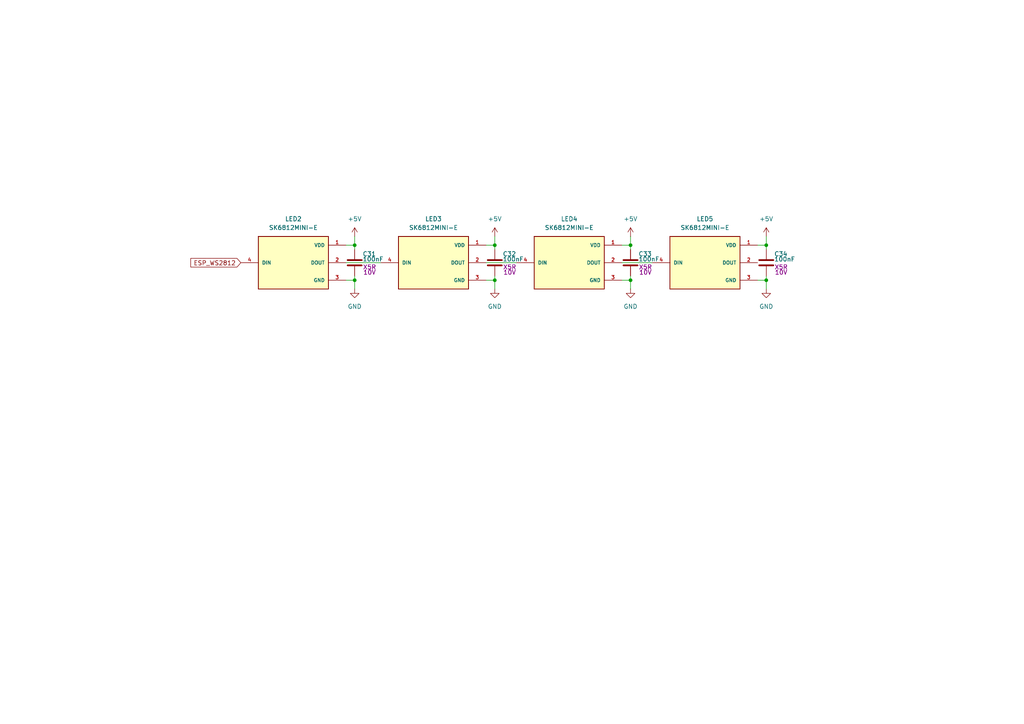
<source format=kicad_sch>
(kicad_sch (version 20250114) (generator "eeschema") (generator_version "9.0")
  (paper "A4")
  (title_block (title "Home mini drop in PCB replacement") (rev "v1") (company "by iMike78 (inpired by Onju voice and HA VPE)"))
  (lib_symbols
    (symbol "Device:C" (pin_numbers (hide yes)) (pin_names (offset 0.254))
      (property "Reference" "C" (at 0.635 2.54 0))
      (property "Value" "C" (at 0.635 -2.54 0))
      (symbol "C_0_1"
        (polyline (pts (xy -2.032 0.762) (xy 2.032 0.762)) (stroke (width 0.508)))
        (polyline (pts (xy -2.032 -0.762) (xy 2.032 -0.762)) (stroke (width 0.508)))
      )
      (symbol "C_1_1"
        (pin passive line (at 0 3.81 270) (length 2.794) (name "~") (number "1"))
        (pin passive line (at 0 -3.81 90) (length 2.794) (name "~") (number "2"))
      )
    )
    (symbol "New_Library:SK6812-E" (pin_names (offset 1.016))
      (property "Reference" "D" (at -10.16 8.89 0))
      (property "Value" "SK6812-E" (at -10.16 -10.16 0))
      (symbol "SK6812-E_0_0"
        (rectangle (start -10.16 -7.62) (end 10.16 7.62) (stroke (width 0.254)) (fill (type background)))
        (pin input line (at -15.24 0 0) (length 5.08) (name "DIN") (number "4"))
        (pin power_in line (at 15.24 5.08 180) (length 5.08) (name "VDD") (number "1"))
        (pin output line (at 15.24 0 180) (length 5.08) (name "DOUT") (number "2"))
        (pin power_in line (at 15.24 -5.08 180) (length 5.08) (name "GND") (number "3"))
      )
    )
    (symbol "power:+5V" (power) (pin_numbers (hide yes)) (pin_names (offset 0) (hide yes))
      (property "Value" "+5V" (at 0 3.556 0))
      (symbol "+5V_0_1"
        (polyline (pts (xy -0.762 1.27) (xy 0 2.54)))
        (polyline (pts (xy 0 2.54) (xy 0.762 1.27)))
        (polyline (pts (xy 0 0) (xy 0 2.54)))
      )
      (symbol "+5V_1_1"
        (pin power_in line (at 0 0 90) (length 0) (name "~") (number "1"))
      )
    )
    (symbol "power:GND" (power) (pin_numbers (hide yes)) (pin_names (offset 0) (hide yes))
      (property "Value" "GND" (at 0 -3.81 0))
      (symbol "GND_0_1"
        (polyline (pts (xy 0 0) (xy 0 -1.27) (xy 1.27 -1.27) (xy 0 -2.54) (xy -1.27 -1.27) (xy 0 -1.27)))
      )
      (symbol "GND_1_1"
        (pin power_in line (at 0 0 270) (length 0) (name "~") (number "1"))
      )
    )
  )
  (junction (at 222.25 71.12))
  (junction (at 182.88 71.12))
  (junction (at 143.51 81.28))
  (junction (at 102.87 81.28))
  (junction (at 102.87 71.12))
  (junction (at 222.25 81.28))
  (junction (at 182.88 81.28))
  (junction (at 143.51 71.12))
  (wire (pts (xy 102.87 71.12) (xy 100.33 71.12)))
  (wire (pts (xy 102.87 71.12) (xy 102.87 68.58)))
  (wire (pts (xy 180.34 81.28) (xy 182.88 81.28)))
  (wire (pts (xy 219.71 81.28) (xy 222.25 81.28)))
  (wire (pts (xy 143.51 71.12) (xy 143.51 68.58)))
  (wire (pts (xy 140.97 76.2) (xy 149.86 76.2)))
  (wire (pts (xy 102.87 81.28) (xy 102.87 83.82)))
  (wire (pts (xy 182.88 80.01) (xy 182.88 81.28)))
  (wire (pts (xy 182.88 71.12) (xy 182.88 72.39)))
  (wire (pts (xy 222.25 80.01) (xy 222.25 81.28)))
  (wire (pts (xy 180.34 76.2) (xy 189.23 76.2)))
  (wire (pts (xy 182.88 81.28) (xy 182.88 83.82)))
  (wire (pts (xy 143.51 80.01) (xy 143.51 81.28)))
  (wire (pts (xy 100.33 76.2) (xy 110.49 76.2)))
  (wire (pts (xy 143.51 71.12) (xy 143.51 72.39)))
  (wire (pts (xy 219.71 71.12) (xy 222.25 71.12)))
  (wire (pts (xy 100.33 81.28) (xy 102.87 81.28)))
  (wire (pts (xy 140.97 81.28) (xy 143.51 81.28)))
  (wire (pts (xy 222.25 71.12) (xy 222.25 68.58)))
  (wire (pts (xy 222.25 81.28) (xy 222.25 83.82)))
  (wire (pts (xy 222.25 71.12) (xy 222.25 72.39)))
  (wire (pts (xy 140.97 71.12) (xy 143.51 71.12)))
  (wire (pts (xy 102.87 71.12) (xy 102.87 72.39)))
  (wire (pts (xy 182.88 71.12) (xy 182.88 68.58)))
  (wire (pts (xy 143.51 81.28) (xy 143.51 83.82)))
  (wire (pts (xy 180.34 71.12) (xy 182.88 71.12)))
  (wire (pts (xy 102.87 80.01) (xy 102.87 81.28)))
  (global_label "ESP_WS2812" (shape input) (at 69.85 76.2 180) (property "Intersheetrefs" "${INTERSHEET_REFS}" (effects (hide yes))))
  (symbol (lib_id "power:+5V") (at 182.88 68.58 0) (unit 1)
    (property "Reference" "#PWR065" (effects (hide yes)))
    (property "Value" "+5V" (at 182.88 63.5 0))
    (property "Description" "Power symbol creates a global label with name \"+5V\"" (effects (hide yes)))
  )
  (symbol (lib_id "Device:C") (at 102.87 76.2 0) (unit 1)
    (property "Reference" "C31" (at 105.156 73.66 0) (effects (justify left)))
    (property "Value" "100nF" (at 105.156 75.184 0) (effects (justify left)))
    (property "Footprint" "Capacitor_SMD:C_0402_1005Metric" (effects (hide yes)))
    (property "Description" "Unpolarized capacitor" (effects (hide yes)))
    (property "Dielectric" "X5R" (at 107.188 77.47 0))
    (property "Voltage" "10V" (at 107.188 78.994 0))
    (property "Function" "LED" (effects (hide yes)))
  )
  (symbol (lib_id "power:+5V") (at 143.51 68.58 0) (unit 1)
    (property "Reference" "#PWR064" (effects (hide yes)))
    (property "Value" "+5V" (at 143.51 63.5 0))
    (property "Description" "Power symbol creates a global label with name \"+5V\"" (effects (hide yes)))
  )
  (symbol (lib_id "New_Library:SK6812-E") (at 85.09 76.2 0) (unit 1)
    (property "Reference" "LED2" (at 85.09 63.5 0))
    (property "Value" "SK6812MINI-E" (at 85.09 66.04 0))
    (property "Footprint" "Onju:SK6812MINI-E" (effects (hide yes)))
    (property "MF" "DONGGUANG OPSCO OPTOELECTRONICS CO., LTD" (effects (hide yes)))
    (property "MAXIMUM_PACKAGE_HEIGHT" "0.84mm" (effects (hide yes)))
    (property "Package" "Package" (effects (hide yes)))
    (property "Price" "None" (effects (hide yes)))
    (property "Check_prices" "https://www.snapeda.com/parts/SK6812-E/DONGGUANG+OPSCO+OPTOELECTRONICS+CO.%252C+LTD/view-part/?ref=eda" (effects (hide yes)))
    (property "STANDARD" "Manufacturer recommendations" (effects (hide yes)))
    (property "PARTREV" "2" (effects (hide yes)))
    (property "SnapEDA_Link" "https://www.snapeda.com/parts/SK6812-E/DONGGUANG+OPSCO+OPTOELECTRONICS+CO.%252C+LTD/view-part/?ref=snap" (effects (hide yes)))
    (property "MP" "SK6812-E" (effects (hide yes)))
    (property "Description_1" "SK6812MINI-E is a smart LED control circuit and light emitting circuit in one controlled LED source, which has the shape of a 3528  LED chip." (effects (hide yes)))
    (property "Availability" "Not in stock" (effects (hide yes)))
    (property "MANUFACTURER" "DONGGUANG OPSCO" (effects (hide yes)))
    (property "Function" "LED" (effects (hide yes)))
  )
  (symbol (lib_id "power:GND") (at 222.25 83.82 0) (unit 1)
    (property "Reference" "#PWR057" (effects (hide yes)))
    (property "Value" "GND" (at 222.25 88.9 0))
    (property "Description" "Power symbol creates a global label with name \"GND\" , ground" (effects (hide yes)))
  )
  (symbol (lib_id "New_Library:SK6812-E") (at 125.73 76.2 0) (unit 1)
    (property "Reference" "LED3" (at 125.73 63.5 0))
    (property "Value" "SK6812MINI-E" (at 125.73 66.04 0))
    (property "Footprint" "Onju:SK6812MINI-E" (effects (hide yes)))
    (property "MF" "DONGGUANG OPSCO OPTOELECTRONICS CO., LTD" (effects (hide yes)))
    (property "MAXIMUM_PACKAGE_HEIGHT" "0.84mm" (effects (hide yes)))
    (property "Package" "Package" (effects (hide yes)))
    (property "Price" "None" (effects (hide yes)))
    (property "Check_prices" "https://www.snapeda.com/parts/SK6812-E/DONGGUANG+OPSCO+OPTOELECTRONICS+CO.%252C+LTD/view-part/?ref=eda" (effects (hide yes)))
    (property "STANDARD" "Manufacturer recommendations" (effects (hide yes)))
    (property "PARTREV" "2" (effects (hide yes)))
    (property "SnapEDA_Link" "https://www.snapeda.com/parts/SK6812-E/DONGGUANG+OPSCO+OPTOELECTRONICS+CO.%252C+LTD/view-part/?ref=snap" (effects (hide yes)))
    (property "MP" "SK6812-E" (effects (hide yes)))
    (property "Description_1" "SK6812MINI-E is a smart LED control circuit and light emitting circuit in one controlled LED source, which has the shape of a 3528  LED chip." (effects (hide yes)))
    (property "Availability" "Not in stock" (effects (hide yes)))
    (property "MANUFACTURER" "DONGGUANG OPSCO" (effects (hide yes)))
    (property "Function" "LED" (effects (hide yes)))
  )
  (symbol (lib_id "New_Library:SK6812-E") (at 165.1 76.2 0) (unit 1)
    (property "Reference" "LED4" (at 165.1 63.5 0))
    (property "Value" "SK6812MINI-E" (at 165.1 66.04 0))
    (property "Footprint" "Onju:SK6812MINI-E" (effects (hide yes)))
    (property "MF" "DONGGUANG OPSCO OPTOELECTRONICS CO., LTD" (effects (hide yes)))
    (property "MAXIMUM_PACKAGE_HEIGHT" "0.84mm" (effects (hide yes)))
    (property "Package" "Package" (effects (hide yes)))
    (property "Price" "None" (effects (hide yes)))
    (property "Check_prices" "https://www.snapeda.com/parts/SK6812-E/DONGGUANG+OPSCO+OPTOELECTRONICS+CO.%252C+LTD/view-part/?ref=eda" (effects (hide yes)))
    (property "STANDARD" "Manufacturer recommendations" (effects (hide yes)))
    (property "PARTREV" "2" (effects (hide yes)))
    (property "SnapEDA_Link" "https://www.snapeda.com/parts/SK6812-E/DONGGUANG+OPSCO+OPTOELECTRONICS+CO.%252C+LTD/view-part/?ref=snap" (effects (hide yes)))
    (property "MP" "SK6812-E" (effects (hide yes)))
    (property "Description_1" "SK6812MINI-E is a smart LED control circuit and light emitting circuit in one controlled LED source, which has the shape of a 3528  LED chip." (effects (hide yes)))
    (property "Availability" "Not in stock" (effects (hide yes)))
    (property "MANUFACTURER" "DONGGUANG OPSCO" (effects (hide yes)))
    (property "Function" "LED" (effects (hide yes)))
  )
  (symbol (lib_id "Device:C") (at 222.25 76.2 0) (unit 1)
    (property "Reference" "C34" (at 224.536 73.66 0) (effects (justify left)))
    (property "Value" "100nF" (at 224.536 75.184 0) (effects (justify left)))
    (property "Footprint" "Capacitor_SMD:C_0402_1005Metric" (effects (hide yes)))
    (property "Description" "Unpolarized capacitor" (effects (hide yes)))
    (property "Dielectric" "X5R" (at 226.568 77.47 0))
    (property "Voltage" "10V" (at 226.568 78.994 0))
    (property "Function" "LED" (effects (hide yes)))
  )
  (symbol (lib_id "power:GND") (at 102.87 83.82 0) (unit 1)
    (property "Reference" "#PWR061" (effects (hide yes)))
    (property "Value" "GND" (at 102.87 88.9 0))
    (property "Description" "Power symbol creates a global label with name \"GND\" , ground" (effects (hide yes)))
  )
  (symbol (lib_id "New_Library:SK6812-E") (at 204.47 76.2 0) (unit 1)
    (property "Reference" "LED5" (at 204.47 63.5 0))
    (property "Value" "SK6812MINI-E" (at 204.47 66.04 0))
    (property "Footprint" "Onju:SK6812MINI-E" (effects (hide yes)))
    (property "MF" "DONGGUANG OPSCO OPTOELECTRONICS CO., LTD" (effects (hide yes)))
    (property "MAXIMUM_PACKAGE_HEIGHT" "0.84mm" (effects (hide yes)))
    (property "Package" "Package" (effects (hide yes)))
    (property "Price" "None" (effects (hide yes)))
    (property "Check_prices" "https://www.snapeda.com/parts/SK6812-E/DONGGUANG+OPSCO+OPTOELECTRONICS+CO.%252C+LTD/view-part/?ref=eda" (effects (hide yes)))
    (property "STANDARD" "Manufacturer recommendations" (effects (hide yes)))
    (property "PARTREV" "2" (effects (hide yes)))
    (property "SnapEDA_Link" "https://www.snapeda.com/parts/SK6812-E/DONGGUANG+OPSCO+OPTOELECTRONICS+CO.%252C+LTD/view-part/?ref=snap" (effects (hide yes)))
    (property "MP" "SK6812-E" (effects (hide yes)))
    (property "Description_1" "SK6812MINI-E is a smart LED control circuit and light emitting circuit in one controlled LED source, which has the shape of a 3528  LED chip." (effects (hide yes)))
    (property "Availability" "Not in stock" (effects (hide yes)))
    (property "MANUFACTURER" "DONGGUANG OPSCO" (effects (hide yes)))
    (property "Function" "LED" (effects (hide yes)))
  )
  (symbol (lib_id "power:GND") (at 143.51 83.82 0) (unit 1)
    (property "Reference" "#PWR060" (effects (hide yes)))
    (property "Value" "GND" (at 143.51 88.9 0))
    (property "Description" "Power symbol creates a global label with name \"GND\" , ground" (effects (hide yes)))
  )
  (symbol (lib_id "Device:C") (at 143.51 76.2 0) (unit 1)
    (property "Reference" "C32" (at 145.796 73.66 0) (effects (justify left)))
    (property "Value" "100nF" (at 145.796 75.184 0) (effects (justify left)))
    (property "Footprint" "Capacitor_SMD:C_0402_1005Metric" (effects (hide yes)))
    (property "Description" "Unpolarized capacitor" (effects (hide yes)))
    (property "Dielectric" "X5R" (at 147.828 77.47 0))
    (property "Voltage" "10V" (at 147.828 78.994 0))
    (property "Function" "LED" (effects (hide yes)))
  )
  (symbol (lib_id "power:+5V") (at 102.87 68.58 0) (unit 1)
    (property "Reference" "#PWR063" (effects (hide yes)))
    (property "Value" "+5V" (at 102.87 63.5 0))
    (property "Description" "Power symbol creates a global label with name \"+5V\"" (effects (hide yes)))
  )
  (symbol (lib_id "power:+5V") (at 222.25 68.58 0) (unit 1)
    (property "Reference" "#PWR066" (effects (hide yes)))
    (property "Value" "+5V" (at 222.25 63.5 0))
    (property "Description" "Power symbol creates a global label with name \"+5V\"" (effects (hide yes)))
  )
  (symbol (lib_id "Device:C") (at 182.88 76.2 0) (unit 1)
    (property "Reference" "C33" (at 185.166 73.66 0) (effects (justify left)))
    (property "Value" "100nF" (at 185.166 75.184 0) (effects (justify left)))
    (property "Footprint" "Capacitor_SMD:C_0402_1005Metric" (effects (hide yes)))
    (property "Description" "Unpolarized capacitor" (effects (hide yes)))
    (property "Dielectric" "X5R" (at 187.198 77.47 0))
    (property "Voltage" "10V" (at 187.198 78.994 0))
    (property "Function" "LED" (effects (hide yes)))
  )
  (symbol (lib_id "power:GND") (at 182.88 83.82 0) (unit 1)
    (property "Reference" "#PWR058" (effects (hide yes)))
    (property "Value" "GND" (at 182.88 88.9 0))
    (property "Description" "Power symbol creates a global label with name \"GND\" , ground" (effects (hide yes)))
  )
)
</source>
